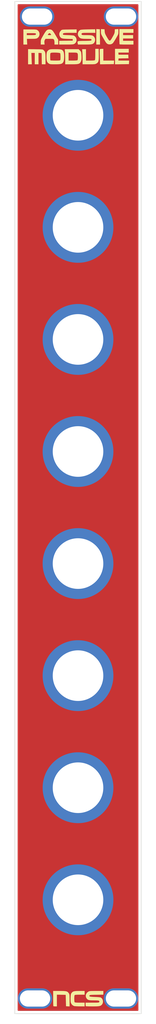
<source format=kicad_pcb>
(kicad_pcb (version 20171130) (host pcbnew "(5.1.9)-1")

  (general
    (thickness 1.6)
    (drawings 5)
    (tracks 0)
    (zones 0)
    (modules 13)
    (nets 2)
  )

  (page A4)
  (layers
    (0 F.Cu signal)
    (31 B.Cu signal)
    (32 B.Adhes user)
    (33 F.Adhes user)
    (34 B.Paste user)
    (35 F.Paste user)
    (36 B.SilkS user)
    (37 F.SilkS user)
    (38 B.Mask user)
    (39 F.Mask user)
    (40 Dwgs.User user)
    (41 Cmts.User user)
    (42 Eco1.User user)
    (43 Eco2.User user)
    (44 Edge.Cuts user)
    (45 Margin user)
    (46 B.CrtYd user)
    (47 F.CrtYd user)
    (48 B.Fab user)
    (49 F.Fab user)
  )

  (setup
    (last_trace_width 0.25)
    (trace_clearance 0.2)
    (zone_clearance 0.508)
    (zone_45_only no)
    (trace_min 0.2)
    (via_size 0.8)
    (via_drill 0.4)
    (via_min_size 0.4)
    (via_min_drill 0.3)
    (uvia_size 0.3)
    (uvia_drill 0.1)
    (uvias_allowed no)
    (uvia_min_size 0.2)
    (uvia_min_drill 0.1)
    (edge_width 0.05)
    (segment_width 0.2)
    (pcb_text_width 0.3)
    (pcb_text_size 1.5 1.5)
    (mod_edge_width 0.12)
    (mod_text_size 1 1)
    (mod_text_width 0.15)
    (pad_size 1.524 1.524)
    (pad_drill 0.762)
    (pad_to_mask_clearance 0)
    (aux_axis_origin 0 0)
    (visible_elements 7FFFFFFF)
    (pcbplotparams
      (layerselection 0x010fc_ffffffff)
      (usegerberextensions false)
      (usegerberattributes true)
      (usegerberadvancedattributes true)
      (creategerberjobfile true)
      (excludeedgelayer true)
      (linewidth 0.100000)
      (plotframeref false)
      (viasonmask false)
      (mode 1)
      (useauxorigin false)
      (hpglpennumber 1)
      (hpglpenspeed 20)
      (hpglpendiameter 15.000000)
      (psnegative false)
      (psa4output false)
      (plotreference true)
      (plotvalue true)
      (plotinvisibletext false)
      (padsonsilk false)
      (subtractmaskfromsilk false)
      (outputformat 1)
      (mirror false)
      (drillshape 1)
      (scaleselection 1)
      (outputdirectory ""))
  )

  (net 0 "")
  (net 1 GND)

  (net_class Default "This is the default net class."
    (clearance 0.2)
    (trace_width 0.25)
    (via_dia 0.8)
    (via_drill 0.4)
    (uvia_dia 0.3)
    (uvia_drill 0.1)
    (add_net GND)
  )

  (module PassiveModule:silkscreen (layer F.Cu) (tedit 0) (tstamp 6153BE57)
    (at 1.5 100)
    (fp_text reference G*** (at 0 0) (layer F.SilkS) hide
      (effects (font (size 1.524 1.524) (thickness 0.3)))
    )
    (fp_text value LOGO (at 0.75 0) (layer F.SilkS) hide
      (effects (font (size 1.524 1.524) (thickness 0.3)))
    )
    (fp_poly (pts (xy 7.325651 95.514686) (xy 7.826643 95.517964) (xy 8.21462 95.530858) (xy 8.508772 95.558097)
      (xy 8.728283 95.604411) (xy 8.892343 95.674527) (xy 9.020139 95.773177) (xy 9.130857 95.905088)
      (xy 9.176416 95.970849) (xy 9.230229 96.058441) (xy 9.269394 96.150361) (xy 9.296228 96.268343)
      (xy 9.313045 96.434118) (xy 9.322161 96.669422) (xy 9.325893 96.995985) (xy 9.326562 97.379905)
      (xy 9.326562 98.564205) (xy 8.979297 98.544211) (xy 8.632031 98.524218) (xy 8.565885 96.27526)
      (xy 7.689453 96.256804) (xy 6.813021 96.238347) (xy 6.813021 98.557291) (xy 6.493316 98.557291)
      (xy 6.297366 98.548853) (xy 6.160905 98.527418) (xy 6.129514 98.513194) (xy 6.116755 98.437003)
      (xy 6.105444 98.248015) (xy 6.096146 97.96572) (xy 6.089427 97.609611) (xy 6.085851 97.199177)
      (xy 6.085417 96.99184) (xy 6.085417 95.514583) (xy 7.325651 95.514686)) (layer F.SilkS) (width 0.01))
    (fp_poly (pts (xy 12.303125 96.242187) (xy 11.35724 96.242187) (xy 10.916292 96.247358) (xy 10.601416 96.263172)
      (xy 10.406785 96.290079) (xy 10.331979 96.321562) (xy 10.289722 96.43477) (xy 10.262826 96.667238)
      (xy 10.252655 97.006676) (xy 10.252604 97.035937) (xy 10.261473 97.38286) (xy 10.287169 97.62373)
      (xy 10.328328 97.746257) (xy 10.331979 97.750312) (xy 10.430169 97.786881) (xy 10.643711 97.811977)
      (xy 10.978433 97.826052) (xy 11.35724 97.829687) (xy 12.303125 97.829687) (xy 12.303125 98.557291)
      (xy 11.360547 98.551326) (xy 11.002487 98.545022) (xy 10.675809 98.531885) (xy 10.41129 98.51367)
      (xy 10.239707 98.492136) (xy 10.212617 98.485782) (xy 9.945524 98.345802) (xy 9.722851 98.112264)
      (xy 9.583438 97.830044) (xy 9.552548 97.64822) (xy 9.534258 97.371431) (xy 9.530438 97.036568)
      (xy 9.534392 96.863145) (xy 9.549474 96.52822) (xy 9.571411 96.294825) (xy 9.6059 96.132205)
      (xy 9.658633 96.009603) (xy 9.706094 95.935814) (xy 9.828547 95.78672) (xy 9.967346 95.676787)
      (xy 10.144009 95.600344) (xy 10.380055 95.55172) (xy 10.697003 95.525243) (xy 11.11637 95.515243)
      (xy 11.304398 95.514583) (xy 12.303125 95.514583) (xy 12.303125 96.242187)) (layer F.SilkS) (width 0.01))
    (fp_poly (pts (xy 16.007292 96.239448) (xy 14.674987 96.257354) (xy 14.217338 96.264601) (xy 13.874398 96.273443)
      (xy 13.628585 96.285529) (xy 13.462315 96.302512) (xy 13.358006 96.326042) (xy 13.298075 96.35777)
      (xy 13.270874 96.389195) (xy 13.229452 96.485136) (xy 13.250728 96.55841) (xy 13.347812 96.612773)
      (xy 13.533816 96.651984) (xy 13.821851 96.679801) (xy 14.22503 96.699984) (xy 14.373323 96.705208)
      (xy 14.843221 96.726755) (xy 15.200262 96.756443) (xy 15.437398 96.793541) (xy 15.531274 96.825185)
      (xy 15.747605 97.018939) (xy 15.88637 97.286431) (xy 15.941035 97.589793) (xy 15.905066 97.891159)
      (xy 15.771931 98.152661) (xy 15.762333 98.164335) (xy 15.646029 98.290434) (xy 15.523953 98.386468)
      (xy 15.376713 98.456467) (xy 15.184917 98.50446) (xy 14.929172 98.534474) (xy 14.590086 98.550538)
      (xy 14.148266 98.556681) (xy 13.870701 98.557291) (xy 13.471779 98.555113) (xy 13.118948 98.549047)
      (xy 12.833266 98.539793) (xy 12.635788 98.528052) (xy 12.547572 98.514526) (xy 12.54566 98.513194)
      (xy 12.519796 98.426156) (xy 12.50393 98.254884) (xy 12.501563 98.149392) (xy 12.501563 97.829687)
      (xy 13.822152 97.829687) (xy 14.27304 97.828947) (xy 14.609582 97.825628) (xy 14.849724 97.818079)
      (xy 15.011407 97.804652) (xy 15.112576 97.783695) (xy 15.171174 97.753561) (xy 15.205144 97.712598)
      (xy 15.211083 97.701989) (xy 15.239944 97.568764) (xy 15.175613 97.470478) (xy 15.10911 97.427553)
      (xy 14.995978 97.397847) (xy 14.815032 97.379224) (xy 14.545088 97.369544) (xy 14.164961 97.36667)
      (xy 14.147199 97.366666) (xy 13.716055 97.361836) (xy 13.393489 97.343328) (xy 13.156006 97.305118)
      (xy 12.980114 97.241181) (xy 12.84232 97.145492) (xy 12.71913 97.012027) (xy 12.707579 96.997475)
      (xy 12.563296 96.716667) (xy 12.532948 96.411333) (xy 12.609626 96.110773) (xy 12.78642 95.84429)
      (xy 13.023205 95.659051) (xy 13.117601 95.61025) (xy 13.216427 95.573848) (xy 13.339937 95.548041)
      (xy 13.508383 95.531022) (xy 13.742018 95.520986) (xy 14.061094 95.516127) (xy 14.485866 95.514641)
      (xy 14.643772 95.514583) (xy 16.007292 95.514583) (xy 16.007292 96.239448)) (layer F.SilkS) (width 0.01))
    (fp_poly (pts (xy 2.574505 -90.54069) (xy 3.047979 -90.533778) (xy 3.40749 -90.526539) (xy 3.671352 -90.516883)
      (xy 3.857884 -90.502722) (xy 3.9854 -90.481969) (xy 4.072216 -90.452535) (xy 4.13665 -90.412331)
      (xy 4.197018 -90.35927) (xy 4.201363 -90.355209) (xy 4.326632 -90.229194) (xy 4.419323 -90.104205)
      (xy 4.484291 -89.958145) (xy 4.526394 -89.768919) (xy 4.550485 -89.514434) (xy 4.561423 -89.172593)
      (xy 4.564061 -88.721301) (xy 4.564062 -88.704848) (xy 4.564062 -87.577084) (xy 3.839657 -87.577084)
      (xy 3.821521 -88.685027) (xy 3.803385 -89.792969) (xy 3.489193 -89.81313) (xy 3.175 -89.833291)
      (xy 3.175 -87.577084) (xy 2.447396 -87.577084) (xy 2.447396 -89.826042) (xy 1.765715 -89.826042)
      (xy 1.811363 -88.701563) (xy 1.85701 -87.577084) (xy 1.124479 -87.577084) (xy 1.124479 -90.560807)
      (xy 2.574505 -90.54069)) (layer F.SilkS) (width 0.01))
    (fp_poly (pts (xy 6.980197 -90.548554) (xy 7.333401 -90.530703) (xy 7.595444 -90.493509) (xy 7.786795 -90.430885)
      (xy 7.927923 -90.336741) (xy 8.039296 -90.204989) (xy 8.116058 -90.077014) (xy 8.182971 -89.874192)
      (xy 8.226234 -89.579658) (xy 8.246128 -89.230666) (xy 8.242937 -88.864467) (xy 8.216942 -88.518314)
      (xy 8.168427 -88.229458) (xy 8.100614 -88.040105) (xy 7.992255 -87.880156) (xy 7.865575 -87.761164)
      (xy 7.700238 -87.677336) (xy 7.475909 -87.622881) (xy 7.172252 -87.592004) (xy 6.768933 -87.578913)
      (xy 6.475537 -87.577187) (xy 6.080126 -87.578381) (xy 5.793051 -87.583961) (xy 5.590366 -87.596786)
      (xy 5.448124 -87.619715) (xy 5.342378 -87.655607) (xy 5.249182 -87.70732) (xy 5.218766 -87.72723)
      (xy 5.03803 -87.871978) (xy 4.910307 -88.042033) (xy 4.827453 -88.261892) (xy 4.78132 -88.556057)
      (xy 4.763764 -88.949025) (xy 4.763 -89.074062) (xy 5.490104 -89.074062) (xy 5.494144 -88.786019)
      (xy 5.505047 -88.549135) (xy 5.520987 -88.393433) (xy 5.534201 -88.348785) (xy 5.612872 -88.332978)
      (xy 5.798861 -88.31968) (xy 6.067203 -88.31001) (xy 6.392931 -88.305084) (xy 6.519312 -88.304688)
      (xy 6.897888 -88.30668) (xy 7.164243 -88.31408) (xy 7.338409 -88.329023) (xy 7.440416 -88.353647)
      (xy 7.490295 -88.390086) (xy 7.500475 -88.409317) (xy 7.523857 -88.540499) (xy 7.536524 -88.757228)
      (xy 7.539178 -89.020783) (xy 7.53252 -89.292442) (xy 7.517253 -89.533483) (xy 7.494077 -89.705184)
      (xy 7.476005 -89.759896) (xy 7.385689 -89.803184) (xy 7.194061 -89.839134) (xy 6.931957 -89.866591)
      (xy 6.630212 -89.884405) (xy 6.319661 -89.891421) (xy 6.031139 -89.886487) (xy 5.795482 -89.86845)
      (xy 5.643525 -89.836157) (xy 5.627908 -89.828992) (xy 5.56551 -89.784674) (xy 5.525352 -89.714523)
      (xy 5.502613 -89.592126) (xy 5.492471 -89.391071) (xy 5.490105 -89.084945) (xy 5.490104 -89.074062)
      (xy 4.763 -89.074062) (xy 4.76285 -89.098438) (xy 4.772859 -89.514984) (xy 4.808754 -89.825403)
      (xy 4.879611 -90.054789) (xy 4.994506 -90.228234) (xy 5.162514 -90.370831) (xy 5.241453 -90.421712)
      (xy 5.336828 -90.471884) (xy 5.447491 -90.50754) (xy 5.596783 -90.531086) (xy 5.808046 -90.544931)
      (xy 6.10462 -90.551483) (xy 6.509847 -90.553152) (xy 6.515365 -90.553152) (xy 6.980197 -90.548554)) (layer F.SilkS) (width 0.01))
    (fp_poly (pts (xy 11.367912 -90.298234) (xy 11.484199 -90.17763) (xy 11.560496 -90.073394) (xy 11.607858 -89.951995)
      (xy 11.637336 -89.779903) (xy 11.659986 -89.523587) (xy 11.670238 -89.381105) (xy 11.691235 -88.929121)
      (xy 11.67942 -88.579033) (xy 11.631467 -88.303776) (xy 11.544052 -88.076282) (xy 11.500283 -87.997537)
      (xy 11.405894 -87.861723) (xy 11.295359 -87.758339) (xy 11.150226 -87.683086) (xy 10.952042 -87.63166)
      (xy 10.682355 -87.599759) (xy 10.322713 -87.583081) (xy 9.854663 -87.577325) (xy 9.696904 -87.577084)
      (xy 8.466667 -87.577084) (xy 8.466667 -88.658787) (xy 8.463995 -89.060935) (xy 8.456633 -89.450922)
      (xy 8.445561 -89.794409) (xy 8.440424 -89.892188) (xy 9.128125 -89.892188) (xy 9.128125 -88.304688)
      (xy 9.974792 -88.304688) (xy 10.398954 -88.31109) (xy 10.69415 -88.330449) (xy 10.86309 -88.362999)
      (xy 10.900833 -88.384063) (xy 10.943286 -88.496998) (xy 10.970305 -88.726764) (xy 10.980193 -89.058618)
      (xy 10.980208 -89.07387) (xy 10.977627 -89.383079) (xy 10.95698 -89.602561) (xy 10.898917 -89.747691)
      (xy 10.784086 -89.833844) (xy 10.593134 -89.876396) (xy 10.306709 -89.890721) (xy 9.950223 -89.892188)
      (xy 9.128125 -89.892188) (xy 8.440424 -89.892188) (xy 8.43176 -90.057057) (xy 8.424171 -90.147068)
      (xy 8.381675 -90.553646) (xy 11.1125 -90.553646) (xy 11.367912 -90.298234)) (layer F.SilkS) (width 0.01))
    (fp_poly (pts (xy 15.096865 -89.776433) (xy 15.104141 -89.239832) (xy 15.101059 -88.818053) (xy 15.083572 -88.493777)
      (xy 15.047631 -88.249685) (xy 14.989189 -88.068457) (xy 14.904198 -87.932776) (xy 14.788608 -87.82532)
      (xy 14.638373 -87.728773) (xy 14.615181 -87.71561) (xy 14.51783 -87.666442) (xy 14.412182 -87.630442)
      (xy 14.276643 -87.605587) (xy 14.089623 -87.589852) (xy 13.82953 -87.581214) (xy 13.474773 -87.577648)
      (xy 13.137478 -87.577084) (xy 11.90625 -87.577084) (xy 11.90625 -88.459891) (xy 11.902703 -88.860069)
      (xy 11.89307 -89.280242) (xy 11.878864 -89.668045) (xy 11.863272 -89.948172) (xy 11.820294 -90.553646)
      (xy 12.567708 -90.553646) (xy 12.567708 -88.304688) (xy 13.414375 -88.304688) (xy 13.838537 -88.31109)
      (xy 14.133733 -88.330449) (xy 14.302673 -88.362999) (xy 14.340417 -88.384063) (xy 14.374301 -88.473492)
      (xy 14.398419 -88.669166) (xy 14.413314 -88.979013) (xy 14.41953 -89.41096) (xy 14.419792 -89.541615)
      (xy 14.419792 -90.619792) (xy 15.08125 -90.619792) (xy 15.096865 -89.776433)) (layer F.SilkS) (width 0.01))
    (fp_poly (pts (xy 16.007292 -88.304688) (xy 18.130872 -88.304688) (xy 18.110879 -87.957422) (xy 18.090885 -87.610157)
      (xy 16.728315 -87.592309) (xy 15.365745 -87.57446) (xy 15.318744 -89.030869) (xy 15.306822 -89.458579)
      (xy 15.299691 -89.842676) (xy 15.297433 -90.163151) (xy 15.300125 -90.39999) (xy 15.307848 -90.533182)
      (xy 15.312691 -90.553535) (xy 15.397503 -90.591979) (xy 15.567768 -90.615887) (xy 15.680466 -90.619792)
      (xy 16.007292 -90.619792) (xy 16.007292 -88.304688)) (layer F.SilkS) (width 0.01))
    (fp_poly (pts (xy 21.034375 -89.892188) (xy 18.975472 -89.892188) (xy 18.9962 -89.677214) (xy 19.016927 -89.46224)
      (xy 20.935156 -89.46224) (xy 20.955087 -89.116762) (xy 20.975019 -88.771284) (xy 19.016927 -88.734636)
      (xy 18.9962 -88.519662) (xy 18.975472 -88.304688) (xy 21.107434 -88.304688) (xy 21.087441 -87.957422)
      (xy 21.067448 -87.610157) (xy 19.694922 -87.592278) (xy 18.322396 -87.5744) (xy 18.322396 -90.619792)
      (xy 21.034375 -90.619792) (xy 21.034375 -89.892188)) (layer F.SilkS) (width 0.01))
    (fp_poly (pts (xy 1.471745 -94.456003) (xy 1.920113 -94.454765) (xy 2.256696 -94.45006) (xy 2.501992 -94.440101)
      (xy 2.676495 -94.423103) (xy 2.800703 -94.397281) (xy 2.895111 -94.36085) (xy 2.956815 -94.326637)
      (xy 3.194336 -94.113303) (xy 3.336853 -93.841062) (xy 3.385264 -93.539639) (xy 3.340472 -93.238758)
      (xy 3.203374 -92.968144) (xy 2.974872 -92.757522) (xy 2.908167 -92.720025) (xy 2.783482 -92.670411)
      (xy 2.623958 -92.636685) (xy 2.403859 -92.616202) (xy 2.097451 -92.60632) (xy 1.781259 -92.60427)
      (xy 0.883611 -92.604167) (xy 0.913121 -92.041928) (xy 0.942631 -91.479688) (xy 0.198438 -91.479688)
      (xy 0.198438 -93.728646) (xy 0.859896 -93.728646) (xy 0.859896 -93.331771) (xy 1.711692 -93.331771)
      (xy 2.093159 -93.335651) (xy 2.360314 -93.348452) (xy 2.530944 -93.371917) (xy 2.622832 -93.407787)
      (xy 2.638875 -93.422606) (xy 2.683462 -93.55598) (xy 2.672971 -93.621044) (xy 2.638991 -93.665259)
      (xy 2.562961 -93.695683) (xy 2.423969 -93.714741) (xy 2.201105 -93.724862) (xy 1.87346 -93.72847)
      (xy 1.745788 -93.728646) (xy 0.859896 -93.728646) (xy 0.198438 -93.728646) (xy 0.198438 -94.45625)
      (xy 1.471745 -94.456003)) (layer F.SilkS) (width 0.01))
    (fp_poly (pts (xy 5.538129 -94.446228) (xy 5.700132 -94.406419) (xy 5.846939 -94.321405) (xy 5.99492 -94.17602)
      (xy 6.160444 -93.955095) (xy 6.359881 -93.643461) (xy 6.533988 -93.353857) (xy 7.076736 -92.438803)
      (xy 7.07717 -91.959245) (xy 7.077604 -91.479688) (xy 6.35 -91.479688) (xy 6.35 -91.87889)
      (xy 6.325878 -92.197013) (xy 6.256778 -92.418378) (xy 6.243174 -92.44113) (xy 6.192089 -92.510215)
      (xy 6.129543 -92.556388) (xy 6.030265 -92.58426) (xy 5.868983 -92.598439) (xy 5.620426 -92.603534)
      (xy 5.349233 -92.604167) (xy 4.562118 -92.604167) (xy 4.436428 -92.397487) (xy 4.358551 -92.226104)
      (xy 4.33525 -92.029078) (xy 4.347436 -91.835248) (xy 4.384133 -91.479688) (xy 3.638021 -91.479688)
      (xy 3.638021 -91.962013) (xy 3.639706 -92.147834) (xy 3.651268 -92.297377) (xy 3.682467 -92.436653)
      (xy 3.743063 -92.591675) (xy 3.842816 -92.788453) (xy 3.991486 -93.052999) (xy 4.150651 -93.328237)
      (xy 4.183442 -93.383199) (xy 5.027083 -93.383199) (xy 5.086595 -93.353858) (xy 5.238751 -93.335238)
      (xy 5.357812 -93.331771) (xy 5.546506 -93.341025) (xy 5.666251 -93.364685) (xy 5.688542 -93.383199)
      (xy 5.639182 -93.510241) (xy 5.524897 -93.64075) (xy 5.396382 -93.721776) (xy 5.357812 -93.728646)
      (xy 5.236183 -93.67709) (xy 5.111235 -93.557719) (xy 5.033661 -93.423485) (xy 5.027083 -93.383199)
      (xy 4.183442 -93.383199) (xy 4.387665 -93.725492) (xy 4.58247 -94.018885) (xy 4.750941 -94.223412)
      (xy 4.908953 -94.35407) (xy 5.072383 -94.425854) (xy 5.257105 -94.45376) (xy 5.344561 -94.456003)
      (xy 5.538129 -94.446228)) (layer F.SilkS) (width 0.01))
    (fp_poly (pts (xy 10.715625 -93.794792) (xy 9.471497 -93.794792) (xy 8.982386 -93.791944) (xy 8.610966 -93.781393)
      (xy 8.342719 -93.760133) (xy 8.163126 -93.725155) (xy 8.05767 -93.673451) (xy 8.011833 -93.602013)
      (xy 8.011097 -93.507834) (xy 8.013748 -93.492764) (xy 8.032242 -93.443796) (xy 8.079208 -93.40797)
      (xy 8.174347 -93.382261) (xy 8.337357 -93.363647) (xy 8.587939 -93.349104) (xy 8.945792 -93.335608)
      (xy 9.062737 -93.331771) (xy 9.455046 -93.314431) (xy 9.789902 -93.290538) (xy 10.044692 -93.262236)
      (xy 10.1968 -93.231669) (xy 10.219531 -93.22209) (xy 10.476759 -93.009202) (xy 10.63991 -92.741002)
      (xy 10.708894 -92.44465) (xy 10.683619 -92.147306) (xy 10.563994 -91.876128) (xy 10.349928 -91.658276)
      (xy 10.225029 -91.585949) (xy 10.123606 -91.548543) (xy 9.98636 -91.520699) (xy 9.794448 -91.501156)
      (xy 9.529032 -91.488651) (xy 9.171271 -91.481923) (xy 8.702325 -91.47971) (xy 8.638571 -91.479688)
      (xy 7.276042 -91.479688) (xy 7.276042 -92.204553) (xy 9.954948 -92.240365) (xy 9.954948 -92.571094)
      (xy 8.926455 -92.604167) (xy 8.483169 -92.622187) (xy 8.150492 -92.64787) (xy 7.906751 -92.687446)
      (xy 7.730271 -92.747146) (xy 7.599378 -92.8332) (xy 7.492397 -92.95184) (xy 7.436371 -93.032516)
      (xy 7.305674 -93.342047) (xy 7.299753 -93.664445) (xy 7.415281 -93.979562) (xy 7.638741 -94.257813)
      (xy 7.69949 -94.311809) (xy 7.76308 -94.352808) (xy 7.847827 -94.382898) (xy 7.972047 -94.404166)
      (xy 8.154057 -94.418703) (xy 8.412172 -94.428595) (xy 8.764709 -94.435931) (xy 9.229984 -94.4428)
      (xy 9.265599 -94.443294) (xy 10.715625 -94.463411) (xy 10.715625 -93.794792)) (layer F.SilkS) (width 0.01))
    (fp_poly (pts (xy 14.406712 -94.142058) (xy 14.426705 -93.794792) (xy 13.138129 -93.794792) (xy 12.681306 -93.793294)
      (xy 12.338907 -93.787912) (xy 12.09309 -93.777317) (xy 11.926013 -93.760178) (xy 11.819832 -93.735165)
      (xy 11.756705 -93.700947) (xy 11.745741 -93.69098) (xy 11.678108 -93.571143) (xy 11.710271 -93.459469)
      (xy 11.746984 -93.409391) (xy 11.808778 -93.374374) (xy 11.917056 -93.351761) (xy 12.09322 -93.338894)
      (xy 12.358671 -93.333117) (xy 12.734812 -93.331771) (xy 12.738685 -93.331771) (xy 13.17674 -93.3274)
      (xy 13.505441 -93.310138) (xy 13.747555 -93.273758) (xy 13.925852 -93.212037) (xy 14.063101 -93.118749)
      (xy 14.182069 -92.98767) (xy 14.22886 -92.924356) (xy 14.355291 -92.640866) (xy 14.378964 -92.321415)
      (xy 14.300086 -92.013103) (xy 14.224242 -91.880618) (xy 14.123869 -91.754483) (xy 14.01293 -91.657725)
      (xy 13.873147 -91.586518) (xy 13.686243 -91.537038) (xy 13.433939 -91.50546) (xy 13.097957 -91.48796)
      (xy 12.66002 -91.480713) (xy 12.308247 -91.479688) (xy 10.986203 -91.479688) (xy 10.94401 -91.704593)
      (xy 10.9153 -91.858823) (xy 10.905175 -91.975042) (xy 10.92909 -92.058887) (xy 11.002499 -92.115994)
      (xy 11.140857 -92.151997) (xy 11.359617 -92.172532) (xy 11.674233 -92.183235) (xy 12.100161 -92.189742)
      (xy 12.28089 -92.192104) (xy 12.759104 -92.199944) (xy 13.119726 -92.211148) (xy 13.377458 -92.229077)
      (xy 13.547 -92.257091) (xy 13.643054 -92.298547) (xy 13.680318 -92.356805) (xy 13.673495 -92.435225)
      (xy 13.649962 -92.504948) (xy 13.612888 -92.545503) (xy 13.525021 -92.573674) (xy 13.366801 -92.591483)
      (xy 13.118668 -92.600955) (xy 12.761063 -92.604113) (xy 12.690799 -92.604167) (xy 12.24453 -92.609665)
      (xy 11.906767 -92.630176) (xy 11.65403 -92.671723) (xy 11.462838 -92.740329) (xy 11.309711 -92.842017)
      (xy 11.171169 -92.982812) (xy 11.159021 -92.997123) (xy 11.012425 -93.265551) (xy 10.970999 -93.568582)
      (xy 11.027709 -93.871341) (xy 11.175516 -94.138956) (xy 11.407386 -94.336553) (xy 11.431908 -94.349594)
      (xy 11.547349 -94.384461) (xy 11.74953 -94.412524) (xy 12.049792 -94.434617) (xy 12.459474 -94.451569)
      (xy 12.989914 -94.464212) (xy 12.997656 -94.464352) (xy 14.386719 -94.489323) (xy 14.406712 -94.142058)) (layer F.SilkS) (width 0.01))
    (fp_poly (pts (xy 14.965495 -94.509317) (xy 15.31276 -94.489323) (xy 15.330539 -92.984506) (xy 15.348317 -91.479688)
      (xy 14.618229 -91.479688) (xy 14.618229 -94.52931) (xy 14.965495 -94.509317)) (layer F.SilkS) (width 0.01))
    (fp_poly (pts (xy 18.983854 -94.028344) (xy 18.982125 -93.828121) (xy 18.970146 -93.670235) (xy 18.937732 -93.526188)
      (xy 18.874697 -93.367485) (xy 18.770856 -93.165628) (xy 18.616023 -92.892121) (xy 18.515672 -92.718507)
      (xy 18.33089 -92.408078) (xy 18.15293 -92.124769) (xy 17.999589 -91.89588) (xy 17.888662 -91.74871)
      (xy 17.870436 -91.728693) (xy 17.640089 -91.578047) (xy 17.349607 -91.505483) (xy 17.051458 -91.519645)
      (xy 16.90026 -91.568881) (xy 16.790284 -91.625366) (xy 16.693525 -91.695488) (xy 16.596191 -91.797274)
      (xy 16.484493 -91.94875) (xy 16.344641 -92.167943) (xy 16.162843 -92.472878) (xy 16.016566 -92.724023)
      (xy 15.831131 -93.045638) (xy 15.701966 -93.281075) (xy 15.618897 -93.45855) (xy 15.57175 -93.60628)
      (xy 15.55035 -93.75248) (xy 15.544524 -93.925368) (xy 15.544271 -94.03386) (xy 15.544271 -94.52931)
      (xy 15.891536 -94.509317) (xy 16.238802 -94.489323) (xy 16.273237 -94.059375) (xy 16.295605 -93.861337)
      (xy 16.335979 -93.686114) (xy 16.407172 -93.501533) (xy 16.521995 -93.275419) (xy 16.693257 -92.975601)
      (xy 16.72892 -92.914965) (xy 16.930035 -92.580868) (xy 17.086262 -92.357706) (xy 17.215504 -92.246286)
      (xy 17.335666 -92.247414) (xy 17.464653 -92.361897) (xy 17.620368 -92.590542) (xy 17.820717 -92.934157)
      (xy 17.838254 -92.964958) (xy 18.015829 -93.283656) (xy 18.135666 -93.521025) (xy 18.209714 -93.708186)
      (xy 18.24992 -93.876259) (xy 18.268233 -94.056365) (xy 18.269981 -94.089437) (xy 18.289323 -94.489323)
      (xy 18.636589 -94.509317) (xy 18.983854 -94.52931) (xy 18.983854 -94.028344)) (layer F.SilkS) (width 0.01))
    (fp_poly (pts (xy 21.960417 -93.794792) (xy 19.909896 -93.794792) (xy 19.909896 -93.331771) (xy 21.894271 -93.331771)
      (xy 21.894271 -92.670313) (xy 19.909896 -92.670313) (xy 19.909896 -92.207292) (xy 21.960417 -92.207292)
      (xy 21.960417 -91.479688) (xy 20.615451 -91.479688) (xy 20.206376 -91.481764) (xy 19.843051 -91.487558)
      (xy 19.545981 -91.49642) (xy 19.335672 -91.507697) (xy 19.23263 -91.52074) (xy 19.226389 -91.523785)
      (xy 19.21363 -91.599976) (xy 19.202319 -91.788965) (xy 19.193021 -92.071259) (xy 19.186302 -92.427369)
      (xy 19.182726 -92.837802) (xy 19.182292 -93.045139) (xy 19.182292 -94.522396) (xy 21.960417 -94.522396)
      (xy 21.960417 -93.794792)) (layer F.SilkS) (width 0.01))
  )

  (module Sonosus:Kosmo_Jack_Hole (layer F.Cu) (tedit 5F6F25EE) (tstamp 61526366)
    (at 12.5 22.5)
    (descr "Mounting Hole 6mm")
    (tags "mounting hole 6mm")
    (path /61521919)
    (attr virtual)
    (fp_text reference H3 (at 0 -11) (layer F.SilkS) hide
      (effects (font (size 1 1) (thickness 0.15)))
    )
    (fp_text value MountingHole_Pad (at 0 11) (layer F.Fab)
      (effects (font (size 1 1) (thickness 0.15)))
    )
    (fp_circle (center 0 0) (end 9.5 0) (layer Cmts.User) (width 0.15))
    (fp_circle (center 0 0) (end 10 0) (layer F.CrtYd) (width 0.05))
    (fp_text user %R (at 0.3 0) (layer F.Fab)
      (effects (font (size 1 1) (thickness 0.15)))
    )
    (pad 1 thru_hole circle (at 0 0) (size 14 14) (drill 10) (layers *.Cu *.Mask)
      (net 1 GND))
  )

  (module Sonosus:Kosmo_Jack_Hole (layer F.Cu) (tedit 5F6F25EE) (tstamp 6152636E)
    (at 12.5 177.5)
    (descr "Mounting Hole 6mm")
    (tags "mounting hole 6mm")
    (path /615218CD)
    (attr virtual)
    (fp_text reference H4 (at 0 -11) (layer F.SilkS) hide
      (effects (font (size 1 1) (thickness 0.15)))
    )
    (fp_text value MountingHole_Pad (at 0 11) (layer F.Fab)
      (effects (font (size 1 1) (thickness 0.15)))
    )
    (fp_circle (center 0 0) (end 9.5 0) (layer Cmts.User) (width 0.15))
    (fp_circle (center 0 0) (end 10 0) (layer F.CrtYd) (width 0.05))
    (fp_text user %R (at 0.3 0) (layer F.Fab)
      (effects (font (size 1 1) (thickness 0.15)))
    )
    (pad 1 thru_hole circle (at 0 0) (size 14 14) (drill 10) (layers *.Cu *.Mask)
      (net 1 GND))
  )

  (module Sonosus:Kosmo_Jack_Hole (layer F.Cu) (tedit 5F6F25EE) (tstamp 6152635E)
    (at 12.5 111.071428)
    (descr "Mounting Hole 6mm")
    (tags "mounting hole 6mm")
    (path /61521923)
    (attr virtual)
    (fp_text reference H2 (at 0 -11) (layer F.SilkS) hide
      (effects (font (size 1 1) (thickness 0.15)))
    )
    (fp_text value MountingHole_Pad (at 0 11) (layer F.Fab)
      (effects (font (size 1 1) (thickness 0.15)))
    )
    (fp_circle (center 0 0) (end 9.5 0) (layer Cmts.User) (width 0.15))
    (fp_circle (center 0 0) (end 10 0) (layer F.CrtYd) (width 0.05))
    (fp_text user %R (at 0.3 0) (layer F.Fab)
      (effects (font (size 1 1) (thickness 0.15)))
    )
    (pad 1 thru_hole circle (at 0 0) (size 14 14) (drill 10) (layers *.Cu *.Mask)
      (net 1 GND))
  )

  (module Sonosus:Kosmo_Jack_Hole (layer F.Cu) (tedit 5F6F25EE) (tstamp 61526386)
    (at 12.5 44.642857)
    (descr "Mounting Hole 6mm")
    (tags "mounting hole 6mm")
    (path /61520854)
    (attr virtual)
    (fp_text reference H7 (at 0 -11) (layer F.SilkS) hide
      (effects (font (size 1 1) (thickness 0.15)))
    )
    (fp_text value MountingHole_Pad (at 0 11) (layer F.Fab)
      (effects (font (size 1 1) (thickness 0.15)))
    )
    (fp_circle (center 0 0) (end 9.5 0) (layer Cmts.User) (width 0.15))
    (fp_circle (center 0 0) (end 10 0) (layer F.CrtYd) (width 0.05))
    (fp_text user %R (at 0.3 0) (layer F.Fab)
      (effects (font (size 1 1) (thickness 0.15)))
    )
    (pad 1 thru_hole circle (at 0 0) (size 14 14) (drill 10) (layers *.Cu *.Mask)
      (net 1 GND))
  )

  (module Sonosus:Kosmo_Jack_Hole (layer F.Cu) (tedit 5F6F25EE) (tstamp 6152637E)
    (at 12.5 155.357142)
    (descr "Mounting Hole 6mm")
    (tags "mounting hole 6mm")
    (path /61520FB7)
    (attr virtual)
    (fp_text reference H6 (at 0 -11) (layer F.SilkS) hide
      (effects (font (size 1 1) (thickness 0.15)))
    )
    (fp_text value MountingHole_Pad (at 0 11) (layer F.Fab)
      (effects (font (size 1 1) (thickness 0.15)))
    )
    (fp_circle (center 0 0) (end 9.5 0) (layer Cmts.User) (width 0.15))
    (fp_circle (center 0 0) (end 10 0) (layer F.CrtYd) (width 0.05))
    (fp_text user %R (at 0.3 0) (layer F.Fab)
      (effects (font (size 1 1) (thickness 0.15)))
    )
    (pad 1 thru_hole circle (at 0 0) (size 14 14) (drill 10) (layers *.Cu *.Mask)
      (net 1 GND))
  )

  (module Sonosus:Kosmo_Jack_Hole (layer F.Cu) (tedit 5F6F25EE) (tstamp 61526376)
    (at 12.5 88.928571)
    (descr "Mounting Hole 6mm")
    (tags "mounting hole 6mm")
    (path /61520FE7)
    (attr virtual)
    (fp_text reference H5 (at 0 -11) (layer F.SilkS) hide
      (effects (font (size 1 1) (thickness 0.15)))
    )
    (fp_text value MountingHole_Pad (at 0 11) (layer F.Fab)
      (effects (font (size 1 1) (thickness 0.15)))
    )
    (fp_circle (center 0 0) (end 9.5 0) (layer Cmts.User) (width 0.15))
    (fp_circle (center 0 0) (end 10 0) (layer F.CrtYd) (width 0.05))
    (fp_text user %R (at 0.3 0) (layer F.Fab)
      (effects (font (size 1 1) (thickness 0.15)))
    )
    (pad 1 thru_hole circle (at 0 0) (size 14 14) (drill 10) (layers *.Cu *.Mask)
      (net 1 GND))
  )

  (module Sonosus:Kosmo_Panel_Slotted_Mounting_Hole (layer F.Cu) (tedit 5F6CB966) (tstamp 615263C6)
    (at 3 3)
    (descr "Mounting Hole 3.2mm, M3")
    (tags "mounting hole 3.2mm m3")
    (path /61523759)
    (attr virtual)
    (fp_text reference H12 (at 1.4 -4.2) (layer F.SilkS) hide
      (effects (font (size 1 1) (thickness 0.15)))
    )
    (fp_text value MountingHole_Pad (at 1.4 4.2) (layer F.Fab)
      (effects (font (size 1 1) (thickness 0.15)))
    )
    (fp_line (start 0 -3) (end 2.8 -3) (layer Cmts.User) (width 0.12))
    (fp_line (start 0 3) (end 2.8 3) (layer Cmts.User) (width 0.12))
    (fp_line (start 0 -3.25) (end 2.8 -3.25) (layer F.CrtYd) (width 0.05))
    (fp_line (start 0 3.25) (end 2.8 3.25) (layer F.CrtYd) (width 0.05))
    (fp_arc (start 0 0) (end 0 3.25) (angle 180) (layer F.CrtYd) (width 0.05))
    (fp_arc (start 2.8 0) (end 2.8 3.25) (angle -180) (layer F.CrtYd) (width 0.05))
    (fp_arc (start 0 0) (end 0 -3) (angle -180) (layer Cmts.User) (width 0.12))
    (fp_arc (start 2.8 0) (end 2.8 3) (angle -180) (layer Cmts.User) (width 0.12))
    (fp_text user %R (at 1.7 0) (layer F.Fab)
      (effects (font (size 1 1) (thickness 0.15)))
    )
    (pad 1 thru_hole oval (at 1.4 0) (size 6.8 4) (drill oval 6 3.2) (layers *.Cu *.Mask)
      (net 1 GND))
  )

  (module Sonosus:Kosmo_Panel_Slotted_Mounting_Hole (layer F.Cu) (tedit 5F6CB966) (tstamp 615263B8)
    (at 19.6 3)
    (descr "Mounting Hole 3.2mm, M3")
    (tags "mounting hole 3.2mm m3")
    (path /615237E9)
    (attr virtual)
    (fp_text reference H11 (at 1.4 -4.2) (layer F.SilkS) hide
      (effects (font (size 1 1) (thickness 0.15)))
    )
    (fp_text value MountingHole_Pad (at 1.4 4.2) (layer F.Fab)
      (effects (font (size 1 1) (thickness 0.15)))
    )
    (fp_line (start 0 -3) (end 2.8 -3) (layer Cmts.User) (width 0.12))
    (fp_line (start 0 3) (end 2.8 3) (layer Cmts.User) (width 0.12))
    (fp_line (start 0 -3.25) (end 2.8 -3.25) (layer F.CrtYd) (width 0.05))
    (fp_line (start 0 3.25) (end 2.8 3.25) (layer F.CrtYd) (width 0.05))
    (fp_arc (start 0 0) (end 0 3.25) (angle 180) (layer F.CrtYd) (width 0.05))
    (fp_arc (start 2.8 0) (end 2.8 3.25) (angle -180) (layer F.CrtYd) (width 0.05))
    (fp_arc (start 0 0) (end 0 -3) (angle -180) (layer Cmts.User) (width 0.12))
    (fp_arc (start 2.8 0) (end 2.8 3) (angle -180) (layer Cmts.User) (width 0.12))
    (fp_text user %R (at 1.7 0) (layer F.Fab)
      (effects (font (size 1 1) (thickness 0.15)))
    )
    (pad 1 thru_hole oval (at 1.4 0) (size 6.8 4) (drill oval 6 3.2) (layers *.Cu *.Mask)
      (net 1 GND))
  )

  (module Sonosus:Kosmo_Panel_Slotted_Mounting_Hole (layer F.Cu) (tedit 5F6CB966) (tstamp 615263AA)
    (at 2.6 197)
    (descr "Mounting Hole 3.2mm, M3")
    (tags "mounting hole 3.2mm m3")
    (path /615240CF)
    (attr virtual)
    (fp_text reference H10 (at 1.4 -4.2) (layer F.SilkS) hide
      (effects (font (size 1 1) (thickness 0.15)))
    )
    (fp_text value MountingHole_Pad (at 1.4 4.2) (layer F.Fab)
      (effects (font (size 1 1) (thickness 0.15)))
    )
    (fp_line (start 0 -3) (end 2.8 -3) (layer Cmts.User) (width 0.12))
    (fp_line (start 0 3) (end 2.8 3) (layer Cmts.User) (width 0.12))
    (fp_line (start 0 -3.25) (end 2.8 -3.25) (layer F.CrtYd) (width 0.05))
    (fp_line (start 0 3.25) (end 2.8 3.25) (layer F.CrtYd) (width 0.05))
    (fp_arc (start 0 0) (end 0 3.25) (angle 180) (layer F.CrtYd) (width 0.05))
    (fp_arc (start 2.8 0) (end 2.8 3.25) (angle -180) (layer F.CrtYd) (width 0.05))
    (fp_arc (start 0 0) (end 0 -3) (angle -180) (layer Cmts.User) (width 0.12))
    (fp_arc (start 2.8 0) (end 2.8 3) (angle -180) (layer Cmts.User) (width 0.12))
    (fp_text user %R (at 1.7 0) (layer F.Fab)
      (effects (font (size 1 1) (thickness 0.15)))
    )
    (pad 1 thru_hole oval (at 1.4 0) (size 6.8 4) (drill oval 6 3.2) (layers *.Cu *.Mask)
      (net 1 GND))
  )

  (module Sonosus:Kosmo_Panel_Slotted_Mounting_Hole (layer F.Cu) (tedit 5F6CB966) (tstamp 6152639C)
    (at 19.6 197)
    (descr "Mounting Hole 3.2mm, M3")
    (tags "mounting hole 3.2mm m3")
    (path /6152417B)
    (attr virtual)
    (fp_text reference H9 (at 1.4 -4.2) (layer F.SilkS) hide
      (effects (font (size 1 1) (thickness 0.15)))
    )
    (fp_text value MountingHole_Pad (at 1.4 4.2) (layer F.Fab)
      (effects (font (size 1 1) (thickness 0.15)))
    )
    (fp_line (start 0 -3) (end 2.8 -3) (layer Cmts.User) (width 0.12))
    (fp_line (start 0 3) (end 2.8 3) (layer Cmts.User) (width 0.12))
    (fp_line (start 0 -3.25) (end 2.8 -3.25) (layer F.CrtYd) (width 0.05))
    (fp_line (start 0 3.25) (end 2.8 3.25) (layer F.CrtYd) (width 0.05))
    (fp_arc (start 0 0) (end 0 3.25) (angle 180) (layer F.CrtYd) (width 0.05))
    (fp_arc (start 2.8 0) (end 2.8 3.25) (angle -180) (layer F.CrtYd) (width 0.05))
    (fp_arc (start 0 0) (end 0 -3) (angle -180) (layer Cmts.User) (width 0.12))
    (fp_arc (start 2.8 0) (end 2.8 3) (angle -180) (layer Cmts.User) (width 0.12))
    (fp_text user %R (at -0.25 -0.35) (layer F.Fab)
      (effects (font (size 1 1) (thickness 0.15)))
    )
    (pad 1 thru_hole oval (at 1.4 0) (size 6.8 4) (drill oval 6 3.2) (layers *.Cu *.Mask)
      (net 1 GND))
  )

  (module Sonosus:Kosmo_Jack_Hole (layer F.Cu) (tedit 5F6F25EE) (tstamp 6152638E)
    (at 12.5 133.214285)
    (descr "Mounting Hole 6mm")
    (tags "mounting hole 6mm")
    (path /61520761)
    (attr virtual)
    (fp_text reference H8 (at 0 -11) (layer F.SilkS) hide
      (effects (font (size 1 1) (thickness 0.15)))
    )
    (fp_text value MountingHole_Pad (at 0 11) (layer F.Fab)
      (effects (font (size 1 1) (thickness 0.15)))
    )
    (fp_circle (center 0 0) (end 9.5 0) (layer Cmts.User) (width 0.15))
    (fp_circle (center 0 0) (end 10 0) (layer F.CrtYd) (width 0.05))
    (fp_text user %R (at 0.3 0) (layer F.Fab)
      (effects (font (size 1 1) (thickness 0.15)))
    )
    (pad 1 thru_hole circle (at 0 0) (size 14 14) (drill 10) (layers *.Cu *.Mask)
      (net 1 GND))
  )

  (module Sonosus:Kosmo_Jack_Hole (layer F.Cu) (tedit 5F6F25EE) (tstamp 61526356)
    (at 12.5 66.785714)
    (descr "Mounting Hole 6mm")
    (tags "mounting hole 6mm")
    (path /6152192D)
    (attr virtual)
    (fp_text reference H1 (at 0 -11) (layer F.SilkS) hide
      (effects (font (size 1 1) (thickness 0.15)))
    )
    (fp_text value MountingHole_Pad (at 0 11) (layer F.Fab)
      (effects (font (size 1 1) (thickness 0.15)))
    )
    (fp_circle (center 0 0) (end 9.5 0) (layer Cmts.User) (width 0.15))
    (fp_circle (center 0 0) (end 10 0) (layer F.CrtYd) (width 0.05))
    (fp_text user %R (at 0.3 0) (layer F.Fab)
      (effects (font (size 1 1) (thickness 0.15)))
    )
    (pad 1 thru_hole circle (at 0 0) (size 14 14) (drill 10) (layers *.Cu *.Mask)
      (net 1 GND))
  )

  (gr_poly (pts (xy 25 200) (xy 0 200) (xy 0 0) (xy 25 0)) (layer F.Mask) (width 0.1))
  (gr_line (start 25 0) (end 25 200) (layer Edge.Cuts) (width 0.1))
  (gr_line (start 0 0) (end 25 0) (layer Edge.Cuts) (width 0.1))
  (gr_line (start 0 200) (end 0 0) (layer Edge.Cuts) (width 0.1))
  (gr_line (start 25 200) (end 0 200) (layer Edge.Cuts) (width 0.1))

  (zone (net 1) (net_name GND) (layer F.Cu) (tstamp 0) (hatch edge 0.508)
    (connect_pads yes (clearance 0.508))
    (min_thickness 0.254)
    (fill yes (arc_segments 32) (thermal_gap 0) (thermal_bridge_width 0.508))
    (polygon
      (pts
        (xy 25 200) (xy 0 200) (xy 0 0) (xy 25 0)
      )
    )
    (filled_polygon
      (pts
        (xy 24.315001 199.315) (xy 0.685 199.315) (xy 0.685 0.685) (xy 24.315 0.685)
      )
    )
  )
)

</source>
